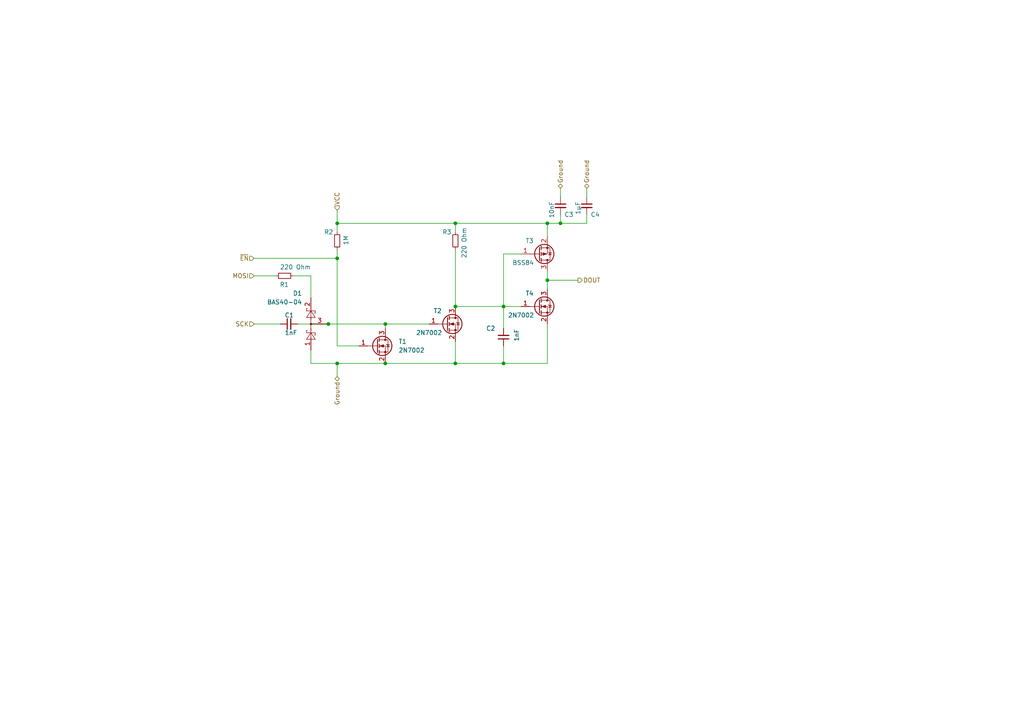
<source format=kicad_sch>
(kicad_sch
	(version 20231120)
	(generator "eeschema")
	(generator_version "8.0")
	(uuid "2a268374-971f-4ef8-acb0-ab9d138b22e8")
	(paper "A4")
	(lib_symbols
		(symbol "Device:C_Small"
			(pin_numbers hide)
			(pin_names
				(offset 0.254) hide)
			(exclude_from_sim no)
			(in_bom yes)
			(on_board yes)
			(property "Reference" "C"
				(at 0.254 1.778 0)
				(effects
					(font
						(size 1.27 1.27)
					)
					(justify left)
				)
			)
			(property "Value" "C_Small"
				(at 0.254 -2.032 0)
				(effects
					(font
						(size 1.27 1.27)
					)
					(justify left)
				)
			)
			(property "Footprint" ""
				(at 0 0 0)
				(effects
					(font
						(size 1.27 1.27)
					)
					(hide yes)
				)
			)
			(property "Datasheet" "~"
				(at 0 0 0)
				(effects
					(font
						(size 1.27 1.27)
					)
					(hide yes)
				)
			)
			(property "Description" "Unpolarized capacitor, small symbol"
				(at 0 0 0)
				(effects
					(font
						(size 1.27 1.27)
					)
					(hide yes)
				)
			)
			(property "ki_keywords" "capacitor cap"
				(at 0 0 0)
				(effects
					(font
						(size 1.27 1.27)
					)
					(hide yes)
				)
			)
			(property "ki_fp_filters" "C_*"
				(at 0 0 0)
				(effects
					(font
						(size 1.27 1.27)
					)
					(hide yes)
				)
			)
			(symbol "C_Small_0_1"
				(polyline
					(pts
						(xy -1.524 -0.508) (xy 1.524 -0.508)
					)
					(stroke
						(width 0.3302)
						(type default)
					)
					(fill
						(type none)
					)
				)
				(polyline
					(pts
						(xy -1.524 0.508) (xy 1.524 0.508)
					)
					(stroke
						(width 0.3048)
						(type default)
					)
					(fill
						(type none)
					)
				)
			)
			(symbol "C_Small_1_1"
				(pin passive line
					(at 0 2.54 270)
					(length 2.032)
					(name "~"
						(effects
							(font
								(size 1.27 1.27)
							)
						)
					)
					(number "1"
						(effects
							(font
								(size 1.27 1.27)
							)
						)
					)
				)
				(pin passive line
					(at 0 -2.54 90)
					(length 2.032)
					(name "~"
						(effects
							(font
								(size 1.27 1.27)
							)
						)
					)
					(number "2"
						(effects
							(font
								(size 1.27 1.27)
							)
						)
					)
				)
			)
		)
		(symbol "Device:R_Small"
			(pin_numbers hide)
			(pin_names
				(offset 0.254) hide)
			(exclude_from_sim no)
			(in_bom yes)
			(on_board yes)
			(property "Reference" "R"
				(at 0.762 0.508 0)
				(effects
					(font
						(size 1.27 1.27)
					)
					(justify left)
				)
			)
			(property "Value" "R_Small"
				(at 0.762 -1.016 0)
				(effects
					(font
						(size 1.27 1.27)
					)
					(justify left)
				)
			)
			(property "Footprint" ""
				(at 0 0 0)
				(effects
					(font
						(size 1.27 1.27)
					)
					(hide yes)
				)
			)
			(property "Datasheet" "~"
				(at 0 0 0)
				(effects
					(font
						(size 1.27 1.27)
					)
					(hide yes)
				)
			)
			(property "Description" "Resistor, small symbol"
				(at 0 0 0)
				(effects
					(font
						(size 1.27 1.27)
					)
					(hide yes)
				)
			)
			(property "ki_keywords" "R resistor"
				(at 0 0 0)
				(effects
					(font
						(size 1.27 1.27)
					)
					(hide yes)
				)
			)
			(property "ki_fp_filters" "R_*"
				(at 0 0 0)
				(effects
					(font
						(size 1.27 1.27)
					)
					(hide yes)
				)
			)
			(symbol "R_Small_0_1"
				(rectangle
					(start -0.762 1.778)
					(end 0.762 -1.778)
					(stroke
						(width 0.2032)
						(type default)
					)
					(fill
						(type none)
					)
				)
			)
			(symbol "R_Small_1_1"
				(pin passive line
					(at 0 2.54 270)
					(length 0.762)
					(name "~"
						(effects
							(font
								(size 1.27 1.27)
							)
						)
					)
					(number "1"
						(effects
							(font
								(size 1.27 1.27)
							)
						)
					)
				)
				(pin passive line
					(at 0 -2.54 90)
					(length 0.762)
					(name "~"
						(effects
							(font
								(size 1.27 1.27)
							)
						)
					)
					(number "2"
						(effects
							(font
								(size 1.27 1.27)
							)
						)
					)
				)
			)
		)
		(symbol "Diode:BAS40-04"
			(pin_names
				(offset 1.016)
			)
			(exclude_from_sim no)
			(in_bom yes)
			(on_board yes)
			(property "Reference" "D"
				(at 0.635 -1.27 0)
				(effects
					(font
						(size 1.27 1.27)
					)
					(justify left)
				)
			)
			(property "Value" "BAS40-04"
				(at -6.35 5.715 0)
				(effects
					(font
						(size 1.27 1.27)
					)
					(justify left)
				)
			)
			(property "Footprint" "Package_TO_SOT_SMD:SOT-23"
				(at -6.35 7.62 0)
				(effects
					(font
						(size 1.27 1.27)
					)
					(justify left)
					(hide yes)
				)
			)
			(property "Datasheet" "http://www.vishay.com/docs/85701/bas40v.pdf"
				(at -3.048 2.54 0)
				(effects
					(font
						(size 1.27 1.27)
					)
					(hide yes)
				)
			)
			(property "Description" "40V 0.2A Dual Small Signal Schottky Diodes"
				(at 0 0 0)
				(effects
					(font
						(size 1.27 1.27)
					)
					(hide yes)
				)
			)
			(property "ki_keywords" "Schottky, Diode"
				(at 0 0 0)
				(effects
					(font
						(size 1.27 1.27)
					)
					(hide yes)
				)
			)
			(property "ki_fp_filters" "SOT?23*"
				(at 0 0 0)
				(effects
					(font
						(size 1.27 1.27)
					)
					(hide yes)
				)
			)
			(symbol "BAS40-04_0_1"
				(polyline
					(pts
						(xy -3.81 2.54) (xy -1.27 2.54)
					)
					(stroke
						(width 0)
						(type default)
					)
					(fill
						(type none)
					)
				)
				(polyline
					(pts
						(xy -3.175 1.27) (xy -3.175 1.524)
					)
					(stroke
						(width 0)
						(type default)
					)
					(fill
						(type none)
					)
				)
				(polyline
					(pts
						(xy -2.54 1.27) (xy -3.175 1.27)
					)
					(stroke
						(width 0)
						(type default)
					)
					(fill
						(type none)
					)
				)
				(polyline
					(pts
						(xy -2.54 1.27) (xy -2.54 3.81)
					)
					(stroke
						(width 0)
						(type default)
					)
					(fill
						(type none)
					)
				)
				(polyline
					(pts
						(xy -2.54 3.81) (xy -1.905 3.81)
					)
					(stroke
						(width 0)
						(type default)
					)
					(fill
						(type none)
					)
				)
				(polyline
					(pts
						(xy -1.905 2.54) (xy 1.905 2.54)
					)
					(stroke
						(width 0)
						(type default)
					)
					(fill
						(type none)
					)
				)
				(polyline
					(pts
						(xy -1.905 3.81) (xy -1.905 3.556)
					)
					(stroke
						(width 0)
						(type default)
					)
					(fill
						(type none)
					)
				)
				(polyline
					(pts
						(xy 1.27 2.54) (xy 3.81 2.54)
					)
					(stroke
						(width 0)
						(type default)
					)
					(fill
						(type none)
					)
				)
				(polyline
					(pts
						(xy 3.175 1.27) (xy 3.175 1.524)
					)
					(stroke
						(width 0)
						(type default)
					)
					(fill
						(type none)
					)
				)
				(polyline
					(pts
						(xy 3.81 1.27) (xy 3.175 1.27)
					)
					(stroke
						(width 0)
						(type default)
					)
					(fill
						(type none)
					)
				)
				(polyline
					(pts
						(xy 3.81 1.27) (xy 3.81 3.81)
					)
					(stroke
						(width 0)
						(type default)
					)
					(fill
						(type none)
					)
				)
				(polyline
					(pts
						(xy 3.81 3.81) (xy 4.445 3.81)
					)
					(stroke
						(width 0)
						(type default)
					)
					(fill
						(type none)
					)
				)
				(polyline
					(pts
						(xy 4.445 3.81) (xy 4.445 3.556)
					)
					(stroke
						(width 0)
						(type default)
					)
					(fill
						(type none)
					)
				)
				(polyline
					(pts
						(xy -4.445 3.81) (xy -4.445 1.27) (xy -2.54 2.54) (xy -4.445 3.81)
					)
					(stroke
						(width 0)
						(type default)
					)
					(fill
						(type none)
					)
				)
				(polyline
					(pts
						(xy 1.905 3.81) (xy 1.905 1.27) (xy 3.81 2.54) (xy 1.905 3.81)
					)
					(stroke
						(width 0)
						(type default)
					)
					(fill
						(type none)
					)
				)
				(circle
					(center 0 2.54)
					(radius 0.254)
					(stroke
						(width 0)
						(type default)
					)
					(fill
						(type outline)
					)
				)
			)
			(symbol "BAS40-04_1_1"
				(pin passive line
					(at -7.62 2.54 0)
					(length 3.81)
					(name "~"
						(effects
							(font
								(size 1.27 1.27)
							)
						)
					)
					(number "1"
						(effects
							(font
								(size 1.27 1.27)
							)
						)
					)
				)
				(pin passive line
					(at 7.62 2.54 180)
					(length 3.81)
					(name "~"
						(effects
							(font
								(size 1.27 1.27)
							)
						)
					)
					(number "2"
						(effects
							(font
								(size 1.27 1.27)
							)
						)
					)
				)
				(pin passive line
					(at 0 -2.54 90)
					(length 5.08)
					(name "~"
						(effects
							(font
								(size 1.27 1.27)
							)
						)
					)
					(number "3"
						(effects
							(font
								(size 1.27 1.27)
							)
						)
					)
				)
			)
		)
		(symbol "Transistor_FET:2N7002"
			(pin_names hide)
			(exclude_from_sim no)
			(in_bom yes)
			(on_board yes)
			(property "Reference" "Q"
				(at 5.08 1.905 0)
				(effects
					(font
						(size 1.27 1.27)
					)
					(justify left)
				)
			)
			(property "Value" "2N7002"
				(at 5.08 0 0)
				(effects
					(font
						(size 1.27 1.27)
					)
					(justify left)
				)
			)
			(property "Footprint" "Package_TO_SOT_SMD:SOT-23"
				(at 5.08 -1.905 0)
				(effects
					(font
						(size 1.27 1.27)
						(italic yes)
					)
					(justify left)
					(hide yes)
				)
			)
			(property "Datasheet" "https://www.onsemi.com/pub/Collateral/NDS7002A-D.PDF"
				(at 0 0 0)
				(effects
					(font
						(size 1.27 1.27)
					)
					(justify left)
					(hide yes)
				)
			)
			(property "Description" "0.115A Id, 60V Vds, N-Channel MOSFET, SOT-23"
				(at 0 0 0)
				(effects
					(font
						(size 1.27 1.27)
					)
					(hide yes)
				)
			)
			(property "ki_keywords" "N-Channel Switching MOSFET"
				(at 0 0 0)
				(effects
					(font
						(size 1.27 1.27)
					)
					(hide yes)
				)
			)
			(property "ki_fp_filters" "SOT?23*"
				(at 0 0 0)
				(effects
					(font
						(size 1.27 1.27)
					)
					(hide yes)
				)
			)
			(symbol "2N7002_0_1"
				(polyline
					(pts
						(xy 0.254 0) (xy -2.54 0)
					)
					(stroke
						(width 0)
						(type default)
					)
					(fill
						(type none)
					)
				)
				(polyline
					(pts
						(xy 0.254 1.905) (xy 0.254 -1.905)
					)
					(stroke
						(width 0.254)
						(type default)
					)
					(fill
						(type none)
					)
				)
				(polyline
					(pts
						(xy 0.762 -1.27) (xy 0.762 -2.286)
					)
					(stroke
						(width 0.254)
						(type default)
					)
					(fill
						(type none)
					)
				)
				(polyline
					(pts
						(xy 0.762 0.508) (xy 0.762 -0.508)
					)
					(stroke
						(width 0.254)
						(type default)
					)
					(fill
						(type none)
					)
				)
				(polyline
					(pts
						(xy 0.762 2.286) (xy 0.762 1.27)
					)
					(stroke
						(width 0.254)
						(type default)
					)
					(fill
						(type none)
					)
				)
				(polyline
					(pts
						(xy 2.54 2.54) (xy 2.54 1.778)
					)
					(stroke
						(width 0)
						(type default)
					)
					(fill
						(type none)
					)
				)
				(polyline
					(pts
						(xy 2.54 -2.54) (xy 2.54 0) (xy 0.762 0)
					)
					(stroke
						(width 0)
						(type default)
					)
					(fill
						(type none)
					)
				)
				(polyline
					(pts
						(xy 0.762 -1.778) (xy 3.302 -1.778) (xy 3.302 1.778) (xy 0.762 1.778)
					)
					(stroke
						(width 0)
						(type default)
					)
					(fill
						(type none)
					)
				)
				(polyline
					(pts
						(xy 1.016 0) (xy 2.032 0.381) (xy 2.032 -0.381) (xy 1.016 0)
					)
					(stroke
						(width 0)
						(type default)
					)
					(fill
						(type outline)
					)
				)
				(polyline
					(pts
						(xy 2.794 0.508) (xy 2.921 0.381) (xy 3.683 0.381) (xy 3.81 0.254)
					)
					(stroke
						(width 0)
						(type default)
					)
					(fill
						(type none)
					)
				)
				(polyline
					(pts
						(xy 3.302 0.381) (xy 2.921 -0.254) (xy 3.683 -0.254) (xy 3.302 0.381)
					)
					(stroke
						(width 0)
						(type default)
					)
					(fill
						(type none)
					)
				)
				(circle
					(center 1.651 0)
					(radius 2.794)
					(stroke
						(width 0.254)
						(type default)
					)
					(fill
						(type none)
					)
				)
				(circle
					(center 2.54 -1.778)
					(radius 0.254)
					(stroke
						(width 0)
						(type default)
					)
					(fill
						(type outline)
					)
				)
				(circle
					(center 2.54 1.778)
					(radius 0.254)
					(stroke
						(width 0)
						(type default)
					)
					(fill
						(type outline)
					)
				)
			)
			(symbol "2N7002_1_1"
				(pin input line
					(at -5.08 0 0)
					(length 2.54)
					(name "G"
						(effects
							(font
								(size 1.27 1.27)
							)
						)
					)
					(number "1"
						(effects
							(font
								(size 1.27 1.27)
							)
						)
					)
				)
				(pin passive line
					(at 2.54 -5.08 90)
					(length 2.54)
					(name "S"
						(effects
							(font
								(size 1.27 1.27)
							)
						)
					)
					(number "2"
						(effects
							(font
								(size 1.27 1.27)
							)
						)
					)
				)
				(pin passive line
					(at 2.54 5.08 270)
					(length 2.54)
					(name "D"
						(effects
							(font
								(size 1.27 1.27)
							)
						)
					)
					(number "3"
						(effects
							(font
								(size 1.27 1.27)
							)
						)
					)
				)
			)
		)
		(symbol "Transistor_FET:BSS84"
			(pin_names hide)
			(exclude_from_sim no)
			(in_bom yes)
			(on_board yes)
			(property "Reference" "Q"
				(at 5.08 1.905 0)
				(effects
					(font
						(size 1.27 1.27)
					)
					(justify left)
				)
			)
			(property "Value" "BSS84"
				(at 5.08 0 0)
				(effects
					(font
						(size 1.27 1.27)
					)
					(justify left)
				)
			)
			(property "Footprint" "Package_TO_SOT_SMD:SOT-23"
				(at 5.08 -1.905 0)
				(effects
					(font
						(size 1.27 1.27)
						(italic yes)
					)
					(justify left)
					(hide yes)
				)
			)
			(property "Datasheet" "http://assets.nexperia.com/documents/data-sheet/BSS84.pdf"
				(at 0 0 0)
				(effects
					(font
						(size 1.27 1.27)
					)
					(justify left)
					(hide yes)
				)
			)
			(property "Description" "-0.13A Id, -50V Vds, P-Channel MOSFET, SOT-23"
				(at 0 0 0)
				(effects
					(font
						(size 1.27 1.27)
					)
					(hide yes)
				)
			)
			(property "ki_keywords" "P-Channel MOSFET"
				(at 0 0 0)
				(effects
					(font
						(size 1.27 1.27)
					)
					(hide yes)
				)
			)
			(property "ki_fp_filters" "SOT?23*"
				(at 0 0 0)
				(effects
					(font
						(size 1.27 1.27)
					)
					(hide yes)
				)
			)
			(symbol "BSS84_0_1"
				(polyline
					(pts
						(xy 0.254 0) (xy -2.54 0)
					)
					(stroke
						(width 0)
						(type default)
					)
					(fill
						(type none)
					)
				)
				(polyline
					(pts
						(xy 0.254 1.905) (xy 0.254 -1.905)
					)
					(stroke
						(width 0.254)
						(type default)
					)
					(fill
						(type none)
					)
				)
				(polyline
					(pts
						(xy 0.762 -1.27) (xy 0.762 -2.286)
					)
					(stroke
						(width 0.254)
						(type default)
					)
					(fill
						(type none)
					)
				)
				(polyline
					(pts
						(xy 0.762 0.508) (xy 0.762 -0.508)
					)
					(stroke
						(width 0.254)
						(type default)
					)
					(fill
						(type none)
					)
				)
				(polyline
					(pts
						(xy 0.762 2.286) (xy 0.762 1.27)
					)
					(stroke
						(width 0.254)
						(type default)
					)
					(fill
						(type none)
					)
				)
				(polyline
					(pts
						(xy 2.54 2.54) (xy 2.54 1.778)
					)
					(stroke
						(width 0)
						(type default)
					)
					(fill
						(type none)
					)
				)
				(polyline
					(pts
						(xy 2.54 -2.54) (xy 2.54 0) (xy 0.762 0)
					)
					(stroke
						(width 0)
						(type default)
					)
					(fill
						(type none)
					)
				)
				(polyline
					(pts
						(xy 0.762 1.778) (xy 3.302 1.778) (xy 3.302 -1.778) (xy 0.762 -1.778)
					)
					(stroke
						(width 0)
						(type default)
					)
					(fill
						(type none)
					)
				)
				(polyline
					(pts
						(xy 2.286 0) (xy 1.27 0.381) (xy 1.27 -0.381) (xy 2.286 0)
					)
					(stroke
						(width 0)
						(type default)
					)
					(fill
						(type outline)
					)
				)
				(polyline
					(pts
						(xy 2.794 -0.508) (xy 2.921 -0.381) (xy 3.683 -0.381) (xy 3.81 -0.254)
					)
					(stroke
						(width 0)
						(type default)
					)
					(fill
						(type none)
					)
				)
				(polyline
					(pts
						(xy 3.302 -0.381) (xy 2.921 0.254) (xy 3.683 0.254) (xy 3.302 -0.381)
					)
					(stroke
						(width 0)
						(type default)
					)
					(fill
						(type none)
					)
				)
				(circle
					(center 1.651 0)
					(radius 2.794)
					(stroke
						(width 0.254)
						(type default)
					)
					(fill
						(type none)
					)
				)
				(circle
					(center 2.54 -1.778)
					(radius 0.254)
					(stroke
						(width 0)
						(type default)
					)
					(fill
						(type outline)
					)
				)
				(circle
					(center 2.54 1.778)
					(radius 0.254)
					(stroke
						(width 0)
						(type default)
					)
					(fill
						(type outline)
					)
				)
			)
			(symbol "BSS84_1_1"
				(pin input line
					(at -5.08 0 0)
					(length 2.54)
					(name "G"
						(effects
							(font
								(size 1.27 1.27)
							)
						)
					)
					(number "1"
						(effects
							(font
								(size 1.27 1.27)
							)
						)
					)
				)
				(pin passive line
					(at 2.54 -5.08 90)
					(length 2.54)
					(name "S"
						(effects
							(font
								(size 1.27 1.27)
							)
						)
					)
					(number "2"
						(effects
							(font
								(size 1.27 1.27)
							)
						)
					)
				)
				(pin passive line
					(at 2.54 5.08 270)
					(length 2.54)
					(name "D"
						(effects
							(font
								(size 1.27 1.27)
							)
						)
					)
					(number "3"
						(effects
							(font
								(size 1.27 1.27)
							)
						)
					)
				)
			)
		)
	)
	(junction
		(at 97.79 64.77)
		(diameter 0)
		(color 0 0 0 0)
		(uuid "001384f2-6787-47b3-81c9-11447fc528d6")
	)
	(junction
		(at 111.76 93.98)
		(diameter 0)
		(color 0 0 0 0)
		(uuid "26b348c9-1b58-4435-a13d-af503bfb5c7d")
	)
	(junction
		(at 132.08 88.9)
		(diameter 0)
		(color 0 0 0 0)
		(uuid "3623478c-08a4-41e0-9ff8-821326b3f2be")
	)
	(junction
		(at 132.08 64.77)
		(diameter 0)
		(color 0 0 0 0)
		(uuid "364ce6fe-d3cc-418c-8281-8d1e87276159")
	)
	(junction
		(at 132.08 105.41)
		(diameter 0)
		(color 0 0 0 0)
		(uuid "5747ff6f-e340-424d-bae2-6013d6b4829a")
	)
	(junction
		(at 158.75 64.77)
		(diameter 0)
		(color 0 0 0 0)
		(uuid "5a4f9e8c-938e-4062-bc7f-cfd6d658111e")
	)
	(junction
		(at 95.25 93.98)
		(diameter 0)
		(color 0 0 0 0)
		(uuid "76387576-9667-4850-b009-d0ff621a2b91")
	)
	(junction
		(at 158.75 81.28)
		(diameter 0)
		(color 0 0 0 0)
		(uuid "8045dc64-30bd-409a-ad8f-d9fa0644d41e")
	)
	(junction
		(at 97.79 74.93)
		(diameter 0)
		(color 0 0 0 0)
		(uuid "8e8de5e2-fde2-4303-8d49-f1a0923eae53")
	)
	(junction
		(at 97.79 105.41)
		(diameter 0)
		(color 0 0 0 0)
		(uuid "bc1f09ef-5585-421c-8b93-ac6b8667b7af")
	)
	(junction
		(at 146.05 105.41)
		(diameter 0)
		(color 0 0 0 0)
		(uuid "beb04adf-a2a1-4f5e-9ee4-5c53a9c63962")
	)
	(junction
		(at 111.76 105.41)
		(diameter 0)
		(color 0 0 0 0)
		(uuid "cc8530e5-622f-4140-9ebb-1813f87616d6")
	)
	(junction
		(at 146.05 88.9)
		(diameter 0)
		(color 0 0 0 0)
		(uuid "dfd653b7-a30f-4664-9698-f80a19ea97e3")
	)
	(junction
		(at 162.56 64.77)
		(diameter 0)
		(color 0 0 0 0)
		(uuid "ee46a7b7-1999-4743-b8e8-bb533d0d98b0")
	)
	(wire
		(pts
			(xy 97.79 72.39) (xy 97.79 74.93)
		)
		(stroke
			(width 0)
			(type default)
		)
		(uuid "021fd92a-db4d-4d8f-84d0-e0debf1ecf98")
	)
	(wire
		(pts
			(xy 162.56 62.23) (xy 162.56 64.77)
		)
		(stroke
			(width 0)
			(type default)
		)
		(uuid "04252799-0e1b-4d36-87be-19aa4de8b642")
	)
	(wire
		(pts
			(xy 73.66 74.93) (xy 97.79 74.93)
		)
		(stroke
			(width 0)
			(type default)
		)
		(uuid "09e445eb-c392-4539-82ac-ad15237fc05d")
	)
	(wire
		(pts
			(xy 86.36 93.98) (xy 95.25 93.98)
		)
		(stroke
			(width 0)
			(type default)
		)
		(uuid "0a1b89b0-1d69-415d-9ab3-e2af919d6db5")
	)
	(wire
		(pts
			(xy 170.18 62.23) (xy 170.18 64.77)
		)
		(stroke
			(width 0)
			(type default)
		)
		(uuid "0a7e28b3-969f-4527-8c91-c55615bc81e0")
	)
	(wire
		(pts
			(xy 90.17 101.6) (xy 90.17 105.41)
		)
		(stroke
			(width 0)
			(type default)
		)
		(uuid "1f2853df-cb5b-4944-ae2d-f97b2cbc48ca")
	)
	(wire
		(pts
			(xy 104.14 100.33) (xy 97.79 100.33)
		)
		(stroke
			(width 0)
			(type default)
		)
		(uuid "1fa241a5-0067-4b51-85e4-e0a0dc223a18")
	)
	(wire
		(pts
			(xy 151.13 88.9) (xy 146.05 88.9)
		)
		(stroke
			(width 0)
			(type default)
		)
		(uuid "1ff6503e-33bc-432c-818b-de8d1c5744b9")
	)
	(wire
		(pts
			(xy 146.05 88.9) (xy 132.08 88.9)
		)
		(stroke
			(width 0)
			(type default)
		)
		(uuid "23553e34-1206-4389-8602-86d99c71129e")
	)
	(wire
		(pts
			(xy 132.08 67.31) (xy 132.08 64.77)
		)
		(stroke
			(width 0)
			(type default)
		)
		(uuid "32cf2ffc-f154-4497-85a3-120520a9cd3b")
	)
	(wire
		(pts
			(xy 97.79 109.22) (xy 97.79 105.41)
		)
		(stroke
			(width 0)
			(type default)
		)
		(uuid "3a3914b0-9d86-4c69-98be-a866ea79976a")
	)
	(wire
		(pts
			(xy 167.64 81.28) (xy 158.75 81.28)
		)
		(stroke
			(width 0)
			(type default)
		)
		(uuid "3e94b374-e9dd-4915-8ee4-192b3db5613a")
	)
	(wire
		(pts
			(xy 97.79 74.93) (xy 97.79 100.33)
		)
		(stroke
			(width 0)
			(type default)
		)
		(uuid "50a4e31c-b2f4-4268-bfce-f17c60ac9e47")
	)
	(wire
		(pts
			(xy 124.46 93.98) (xy 111.76 93.98)
		)
		(stroke
			(width 0)
			(type default)
		)
		(uuid "5a7085fe-7401-4879-aea8-fc6cb885d976")
	)
	(wire
		(pts
			(xy 162.56 64.77) (xy 158.75 64.77)
		)
		(stroke
			(width 0)
			(type default)
		)
		(uuid "63ea3205-a515-4791-99ac-6393ab3c61e9")
	)
	(wire
		(pts
			(xy 146.05 100.33) (xy 146.05 105.41)
		)
		(stroke
			(width 0)
			(type default)
		)
		(uuid "6ce719ad-cee8-4cda-9192-6d82d33482a2")
	)
	(wire
		(pts
			(xy 73.66 80.01) (xy 80.01 80.01)
		)
		(stroke
			(width 0)
			(type default)
		)
		(uuid "6d2a111c-c989-4804-af80-caae8b49e39a")
	)
	(wire
		(pts
			(xy 111.76 105.41) (xy 132.08 105.41)
		)
		(stroke
			(width 0)
			(type default)
		)
		(uuid "6f1645e0-2582-40d2-9ca2-cc9de0f85f18")
	)
	(wire
		(pts
			(xy 90.17 105.41) (xy 97.79 105.41)
		)
		(stroke
			(width 0)
			(type default)
		)
		(uuid "7021392c-29da-4c9e-928c-e992f937c9fe")
	)
	(wire
		(pts
			(xy 90.17 80.01) (xy 90.17 86.36)
		)
		(stroke
			(width 0)
			(type default)
		)
		(uuid "74cf3b28-8e08-4ebe-8c57-9c2572867140")
	)
	(wire
		(pts
			(xy 162.56 54.61) (xy 162.56 57.15)
		)
		(stroke
			(width 0)
			(type default)
		)
		(uuid "817da297-bbf1-4052-8ba6-a10d0cad5162")
	)
	(wire
		(pts
			(xy 170.18 54.61) (xy 170.18 57.15)
		)
		(stroke
			(width 0)
			(type default)
		)
		(uuid "95e0c0ed-795b-4a7a-9d77-44d99bf3af77")
	)
	(wire
		(pts
			(xy 81.28 93.98) (xy 73.66 93.98)
		)
		(stroke
			(width 0)
			(type default)
		)
		(uuid "9624735d-f548-4950-9e84-452aaebcef12")
	)
	(wire
		(pts
			(xy 97.79 64.77) (xy 132.08 64.77)
		)
		(stroke
			(width 0)
			(type default)
		)
		(uuid "9718c2aa-6dc3-472c-9f54-9ac7eb161b05")
	)
	(wire
		(pts
			(xy 146.05 73.66) (xy 146.05 88.9)
		)
		(stroke
			(width 0)
			(type default)
		)
		(uuid "99c64d49-6275-41c8-bcc0-f1f6e97773d4")
	)
	(wire
		(pts
			(xy 132.08 105.41) (xy 146.05 105.41)
		)
		(stroke
			(width 0)
			(type default)
		)
		(uuid "9b53a60e-9637-4c12-b020-f5239091a6f5")
	)
	(wire
		(pts
			(xy 170.18 64.77) (xy 162.56 64.77)
		)
		(stroke
			(width 0)
			(type default)
		)
		(uuid "a2965907-7a82-4209-8712-81ff0ade151c")
	)
	(wire
		(pts
			(xy 132.08 99.06) (xy 132.08 105.41)
		)
		(stroke
			(width 0)
			(type default)
		)
		(uuid "a73851dd-caae-4fa9-9fdd-7a82a3bc3ea2")
	)
	(wire
		(pts
			(xy 85.09 80.01) (xy 90.17 80.01)
		)
		(stroke
			(width 0)
			(type default)
		)
		(uuid "b2f8857b-6b48-4421-b9d6-cd0d36e6e0bd")
	)
	(wire
		(pts
			(xy 97.79 105.41) (xy 111.76 105.41)
		)
		(stroke
			(width 0)
			(type default)
		)
		(uuid "b73a5769-9834-451a-8625-fbb148cfc9c0")
	)
	(wire
		(pts
			(xy 132.08 64.77) (xy 158.75 64.77)
		)
		(stroke
			(width 0)
			(type default)
		)
		(uuid "cb70130a-a748-4710-9eac-fafa9740030f")
	)
	(wire
		(pts
			(xy 132.08 72.39) (xy 132.08 88.9)
		)
		(stroke
			(width 0)
			(type default)
		)
		(uuid "cbd3c52d-a0b5-4d72-96ac-8f2968bf9316")
	)
	(wire
		(pts
			(xy 151.13 73.66) (xy 146.05 73.66)
		)
		(stroke
			(width 0)
			(type default)
		)
		(uuid "ce14107e-e1ac-484b-bd92-294720a3ddd6")
	)
	(wire
		(pts
			(xy 97.79 67.31) (xy 97.79 64.77)
		)
		(stroke
			(width 0)
			(type default)
		)
		(uuid "cec0acfe-b298-49bc-b052-3d7185684265")
	)
	(wire
		(pts
			(xy 158.75 81.28) (xy 158.75 83.82)
		)
		(stroke
			(width 0)
			(type default)
		)
		(uuid "ceef631c-2e6d-465f-b81d-23f7d6bb1096")
	)
	(wire
		(pts
			(xy 158.75 78.74) (xy 158.75 81.28)
		)
		(stroke
			(width 0)
			(type default)
		)
		(uuid "d50f9ae6-1415-42a4-8d53-b8e412a328da")
	)
	(wire
		(pts
			(xy 146.05 105.41) (xy 158.75 105.41)
		)
		(stroke
			(width 0)
			(type default)
		)
		(uuid "dc853589-eff2-456c-aa63-5cc6ffd026f8")
	)
	(wire
		(pts
			(xy 158.75 68.58) (xy 158.75 64.77)
		)
		(stroke
			(width 0)
			(type default)
		)
		(uuid "e4d150a2-338f-4eee-b849-63a81a139eb6")
	)
	(wire
		(pts
			(xy 97.79 60.96) (xy 97.79 64.77)
		)
		(stroke
			(width 0)
			(type default)
		)
		(uuid "e6fd7a2b-56c5-431c-90e2-0bdaef4ef52b")
	)
	(wire
		(pts
			(xy 146.05 95.25) (xy 146.05 88.9)
		)
		(stroke
			(width 0)
			(type default)
		)
		(uuid "e90f95c7-75cb-4573-ac50-0e848921b5f6")
	)
	(wire
		(pts
			(xy 158.75 93.98) (xy 158.75 105.41)
		)
		(stroke
			(width 0)
			(type default)
		)
		(uuid "f1cdd442-093d-4a0c-bdb7-093eaf78e264")
	)
	(wire
		(pts
			(xy 111.76 93.98) (xy 111.76 95.25)
		)
		(stroke
			(width 0)
			(type default)
		)
		(uuid "fa32c433-501f-4209-b0ae-728d0e9abe01")
	)
	(wire
		(pts
			(xy 95.25 93.98) (xy 111.76 93.98)
		)
		(stroke
			(width 0)
			(type default)
		)
		(uuid "fe0293b2-21e4-4041-8c31-4eeed480f25c")
	)
	(hierarchical_label "SCK"
		(shape input)
		(at 73.66 93.98 180)
		(fields_autoplaced yes)
		(effects
			(font
				(size 1.27 1.27)
			)
			(justify right)
		)
		(uuid "462063e8-3dbd-4c62-b069-70d538a280b1")
	)
	(hierarchical_label "Ground"
		(shape bidirectional)
		(at 170.18 54.61 90)
		(fields_autoplaced yes)
		(effects
			(font
				(size 1.27 1.27)
			)
			(justify left)
		)
		(uuid "63eb0f01-560f-4f5a-82ac-258f38e00b55")
	)
	(hierarchical_label "Ground"
		(shape bidirectional)
		(at 97.79 109.22 270)
		(fields_autoplaced yes)
		(effects
			(font
				(size 1.27 1.27)
			)
			(justify right)
		)
		(uuid "7abd681d-b6b3-4d36-bb0c-6417862dbc9c")
	)
	(hierarchical_label "VCC"
		(shape input)
		(at 97.79 60.96 90)
		(fields_autoplaced yes)
		(effects
			(font
				(size 1.27 1.27)
			)
			(justify left)
		)
		(uuid "7c7a5f0b-4900-431c-ac86-9dd230c14475")
	)
	(hierarchical_label "Ground"
		(shape bidirectional)
		(at 162.56 54.61 90)
		(fields_autoplaced yes)
		(effects
			(font
				(size 1.27 1.27)
			)
			(justify left)
		)
		(uuid "85b01738-e356-48e6-a67a-03814bb3f5e2")
	)
	(hierarchical_label "DOUT"
		(shape output)
		(at 167.64 81.28 0)
		(fields_autoplaced yes)
		(effects
			(font
				(size 1.27 1.27)
			)
			(justify left)
		)
		(uuid "9b385444-dcce-4ac7-ba2b-f2d9580c15fa")
	)
	(hierarchical_label "~{EN}"
		(shape input)
		(at 73.66 74.93 180)
		(fields_autoplaced yes)
		(effects
			(font
				(size 1.27 1.27)
			)
			(justify right)
		)
		(uuid "aa40da0c-f834-4457-b54a-cc3208758931")
	)
	(hierarchical_label "MOSI"
		(shape input)
		(at 73.66 80.01 180)
		(fields_autoplaced yes)
		(effects
			(font
				(size 1.27 1.27)
			)
			(justify right)
		)
		(uuid "c39807e3-2e3a-4d48-9494-0f071d259aa4")
	)
	(symbol
		(lib_id "Device:C_Small")
		(at 170.18 59.69 0)
		(unit 1)
		(exclude_from_sim no)
		(in_bom yes)
		(on_board yes)
		(dnp no)
		(uuid "0e882f27-597f-4c70-96c3-8cd2e564ad53")
		(property "Reference" "C4"
			(at 173.99 62.23 0)
			(effects
				(font
					(size 1.27 1.27)
				)
				(justify right)
			)
		)
		(property "Value" "1µF"
			(at 167.64 58.42 90)
			(effects
				(font
					(size 1.27 1.27)
				)
				(justify right)
			)
		)
		(property "Footprint" "Capacitor_SMD:C_1210_3225Metric_Pad1.33x2.70mm_HandSolder"
			(at 170.18 59.69 0)
			(effects
				(font
					(size 1.27 1.27)
				)
				(hide yes)
			)
		)
		(property "Datasheet" "~"
			(at 170.18 59.69 0)
			(effects
				(font
					(size 1.27 1.27)
				)
				(hide yes)
			)
		)
		(property "Description" ""
			(at 170.18 59.69 0)
			(effects
				(font
					(size 1.27 1.27)
				)
				(hide yes)
			)
		)
		(pin "1"
			(uuid "2bc5db0b-cab2-4d56-a048-025d6787d4e7")
		)
		(pin "2"
			(uuid "c77baba4-643b-41db-9ad3-cc5486e0e68e")
		)
		(instances
			(project "SPI2WS2812"
				(path "/377983d9-116d-4cab-9ad7-e1479f3ded0c/36dc5714-b077-47d2-80db-bf3d28c7b7f9"
					(reference "C4")
					(unit 1)
				)
				(path "/377983d9-116d-4cab-9ad7-e1479f3ded0c/6c34899e-ccc8-43f8-ba78-c280f31c13f2"
					(reference "C16")
					(unit 1)
				)
				(path "/377983d9-116d-4cab-9ad7-e1479f3ded0c/f254bf23-2473-4bd3-bf3b-ef7b6ff7bec7"
					(reference "C12")
					(unit 1)
				)
				(path "/377983d9-116d-4cab-9ad7-e1479f3ded0c/fc93dadc-c54a-4613-b628-24afdb878de0"
					(reference "C8")
					(unit 1)
				)
			)
		)
	)
	(symbol
		(lib_id "Transistor_FET:BSS84")
		(at 156.21 73.66 0)
		(mirror x)
		(unit 1)
		(exclude_from_sim no)
		(in_bom yes)
		(on_board yes)
		(dnp no)
		(uuid "1562427b-1dd6-488d-9287-fc6ae41c61a0")
		(property "Reference" "T3"
			(at 152.4 69.85 0)
			(effects
				(font
					(size 1.27 1.27)
				)
				(justify left)
			)
		)
		(property "Value" "BSS84"
			(at 148.59 76.2 0)
			(effects
				(font
					(size 1.27 1.27)
				)
				(justify left)
			)
		)
		(property "Footprint" "Package_TO_SOT_SMD:SOT-23_Handsoldering"
			(at 161.29 71.755 0)
			(effects
				(font
					(size 1.27 1.27)
					(italic yes)
				)
				(justify left)
				(hide yes)
			)
		)
		(property "Datasheet" "http://assets.nexperia.com/documents/data-sheet/BSS84.pdf"
			(at 156.21 73.66 0)
			(effects
				(font
					(size 1.27 1.27)
				)
				(justify left)
				(hide yes)
			)
		)
		(property "Description" ""
			(at 156.21 73.66 0)
			(effects
				(font
					(size 1.27 1.27)
				)
				(hide yes)
			)
		)
		(pin "1"
			(uuid "f6c8e33c-adcf-4a46-a083-b42d635a6290")
		)
		(pin "2"
			(uuid "0a2130fc-76e7-4c85-9c45-aa6c009d2c33")
		)
		(pin "3"
			(uuid "341b3f6b-8fca-4eef-920b-79cad90b3787")
		)
		(instances
			(project "SPI2WS2812"
				(path "/377983d9-116d-4cab-9ad7-e1479f3ded0c/36dc5714-b077-47d2-80db-bf3d28c7b7f9"
					(reference "T3")
					(unit 1)
				)
				(path "/377983d9-116d-4cab-9ad7-e1479f3ded0c/6c34899e-ccc8-43f8-ba78-c280f31c13f2"
					(reference "T15")
					(unit 1)
				)
				(path "/377983d9-116d-4cab-9ad7-e1479f3ded0c/f254bf23-2473-4bd3-bf3b-ef7b6ff7bec7"
					(reference "T11")
					(unit 1)
				)
				(path "/377983d9-116d-4cab-9ad7-e1479f3ded0c/fc93dadc-c54a-4613-b628-24afdb878de0"
					(reference "T7")
					(unit 1)
				)
			)
		)
	)
	(symbol
		(lib_id "Device:C_Small")
		(at 146.05 97.79 180)
		(unit 1)
		(exclude_from_sim no)
		(in_bom yes)
		(on_board yes)
		(dnp no)
		(uuid "2e556405-5836-482e-a207-9ccbf8ce3197")
		(property "Reference" "C2"
			(at 140.97 95.25 0)
			(effects
				(font
					(size 1.27 1.27)
				)
				(justify right)
			)
		)
		(property "Value" "1nF"
			(at 149.86 99.06 90)
			(effects
				(font
					(size 1.27 1.27)
				)
				(justify right)
			)
		)
		(property "Footprint" "Capacitor_SMD:C_1210_3225Metric_Pad1.33x2.70mm_HandSolder"
			(at 146.05 97.79 0)
			(effects
				(font
					(size 1.27 1.27)
				)
				(hide yes)
			)
		)
		(property "Datasheet" "~"
			(at 146.05 97.79 0)
			(effects
				(font
					(size 1.27 1.27)
				)
				(hide yes)
			)
		)
		(property "Description" ""
			(at 146.05 97.79 0)
			(effects
				(font
					(size 1.27 1.27)
				)
				(hide yes)
			)
		)
		(pin "1"
			(uuid "14c99ee1-377a-4341-aaff-8d06cfe4ca00")
		)
		(pin "2"
			(uuid "dea5a11a-94e3-4355-b626-11d3a02494c0")
		)
		(instances
			(project "SPI2WS2812"
				(path "/377983d9-116d-4cab-9ad7-e1479f3ded0c/36dc5714-b077-47d2-80db-bf3d28c7b7f9"
					(reference "C2")
					(unit 1)
				)
				(path "/377983d9-116d-4cab-9ad7-e1479f3ded0c/6c34899e-ccc8-43f8-ba78-c280f31c13f2"
					(reference "C14")
					(unit 1)
				)
				(path "/377983d9-116d-4cab-9ad7-e1479f3ded0c/f254bf23-2473-4bd3-bf3b-ef7b6ff7bec7"
					(reference "C10")
					(unit 1)
				)
				(path "/377983d9-116d-4cab-9ad7-e1479f3ded0c/fc93dadc-c54a-4613-b628-24afdb878de0"
					(reference "C6")
					(unit 1)
				)
			)
		)
	)
	(symbol
		(lib_id "Device:C_Small")
		(at 162.56 59.69 0)
		(unit 1)
		(exclude_from_sim no)
		(in_bom yes)
		(on_board yes)
		(dnp no)
		(uuid "37d91652-70f9-4534-9faa-907171fa2e14")
		(property "Reference" "C3"
			(at 166.37 62.23 0)
			(effects
				(font
					(size 1.27 1.27)
				)
				(justify right)
			)
		)
		(property "Value" "10nF"
			(at 160.02 58.42 90)
			(effects
				(font
					(size 1.27 1.27)
				)
				(justify right)
			)
		)
		(property "Footprint" "Capacitor_SMD:C_1210_3225Metric_Pad1.33x2.70mm_HandSolder"
			(at 162.56 59.69 0)
			(effects
				(font
					(size 1.27 1.27)
				)
				(hide yes)
			)
		)
		(property "Datasheet" "~"
			(at 162.56 59.69 0)
			(effects
				(font
					(size 1.27 1.27)
				)
				(hide yes)
			)
		)
		(property "Description" ""
			(at 162.56 59.69 0)
			(effects
				(font
					(size 1.27 1.27)
				)
				(hide yes)
			)
		)
		(pin "1"
			(uuid "c190e856-5d78-4f0a-a650-b82a42aee191")
		)
		(pin "2"
			(uuid "1442b44c-0631-477c-8627-1e3cc498a1c6")
		)
		(instances
			(project "SPI2WS2812"
				(path "/377983d9-116d-4cab-9ad7-e1479f3ded0c/36dc5714-b077-47d2-80db-bf3d28c7b7f9"
					(reference "C3")
					(unit 1)
				)
				(path "/377983d9-116d-4cab-9ad7-e1479f3ded0c/6c34899e-ccc8-43f8-ba78-c280f31c13f2"
					(reference "C15")
					(unit 1)
				)
				(path "/377983d9-116d-4cab-9ad7-e1479f3ded0c/f254bf23-2473-4bd3-bf3b-ef7b6ff7bec7"
					(reference "C11")
					(unit 1)
				)
				(path "/377983d9-116d-4cab-9ad7-e1479f3ded0c/fc93dadc-c54a-4613-b628-24afdb878de0"
					(reference "C7")
					(unit 1)
				)
			)
		)
	)
	(symbol
		(lib_id "Transistor_FET:2N7002")
		(at 129.54 93.98 0)
		(unit 1)
		(exclude_from_sim no)
		(in_bom yes)
		(on_board yes)
		(dnp no)
		(uuid "668bdd92-b9b1-4d41-8cff-32251cd9165a")
		(property "Reference" "T2"
			(at 125.73 90.17 0)
			(effects
				(font
					(size 1.27 1.27)
				)
				(justify left)
			)
		)
		(property "Value" "2N7002"
			(at 120.65 96.52 0)
			(effects
				(font
					(size 1.27 1.27)
				)
				(justify left)
			)
		)
		(property "Footprint" "Package_TO_SOT_SMD:SOT-23_Handsoldering"
			(at 134.62 95.885 0)
			(effects
				(font
					(size 1.27 1.27)
					(italic yes)
				)
				(justify left)
				(hide yes)
			)
		)
		(property "Datasheet" "https://www.onsemi.com/pub/Collateral/NDS7002A-D.PDF"
			(at 129.54 93.98 0)
			(effects
				(font
					(size 1.27 1.27)
				)
				(justify left)
				(hide yes)
			)
		)
		(property "Description" ""
			(at 129.54 93.98 0)
			(effects
				(font
					(size 1.27 1.27)
				)
				(hide yes)
			)
		)
		(pin "1"
			(uuid "f28a657b-f403-4a76-a9bc-b25422255058")
		)
		(pin "2"
			(uuid "8c1b0a4c-e756-4328-ba56-9b100978caf4")
		)
		(pin "3"
			(uuid "c33494b7-b53b-484f-9440-c00da36c7dd7")
		)
		(instances
			(project "SPI2WS2812"
				(path "/377983d9-116d-4cab-9ad7-e1479f3ded0c/36dc5714-b077-47d2-80db-bf3d28c7b7f9"
					(reference "T2")
					(unit 1)
				)
				(path "/377983d9-116d-4cab-9ad7-e1479f3ded0c/6c34899e-ccc8-43f8-ba78-c280f31c13f2"
					(reference "T14")
					(unit 1)
				)
				(path "/377983d9-116d-4cab-9ad7-e1479f3ded0c/f254bf23-2473-4bd3-bf3b-ef7b6ff7bec7"
					(reference "T10")
					(unit 1)
				)
				(path "/377983d9-116d-4cab-9ad7-e1479f3ded0c/fc93dadc-c54a-4613-b628-24afdb878de0"
					(reference "T6")
					(unit 1)
				)
			)
		)
	)
	(symbol
		(lib_id "Transistor_FET:2N7002")
		(at 109.22 100.33 0)
		(unit 1)
		(exclude_from_sim no)
		(in_bom yes)
		(on_board yes)
		(dnp no)
		(fields_autoplaced yes)
		(uuid "6df63d4b-f7bb-4776-a3b6-7045a6e0bc16")
		(property "Reference" "T1"
			(at 115.57 99.0599 0)
			(effects
				(font
					(size 1.27 1.27)
				)
				(justify left)
			)
		)
		(property "Value" "2N7002"
			(at 115.57 101.5999 0)
			(effects
				(font
					(size 1.27 1.27)
				)
				(justify left)
			)
		)
		(property "Footprint" "Package_TO_SOT_SMD:SOT-23_Handsoldering"
			(at 114.3 102.235 0)
			(effects
				(font
					(size 1.27 1.27)
					(italic yes)
				)
				(justify left)
				(hide yes)
			)
		)
		(property "Datasheet" "https://www.onsemi.com/pub/Collateral/NDS7002A-D.PDF"
			(at 109.22 100.33 0)
			(effects
				(font
					(size 1.27 1.27)
				)
				(justify left)
				(hide yes)
			)
		)
		(property "Description" ""
			(at 109.22 100.33 0)
			(effects
				(font
					(size 1.27 1.27)
				)
				(hide yes)
			)
		)
		(pin "1"
			(uuid "e643f2c1-1b93-4bab-a58b-19f52d3d39e1")
		)
		(pin "2"
			(uuid "81c9a679-df8f-4c4e-978b-c0405d0ba637")
		)
		(pin "3"
			(uuid "66cb80cf-0945-414a-b6dd-4f0db056a813")
		)
		(instances
			(project "SPI2WS2812"
				(path "/377983d9-116d-4cab-9ad7-e1479f3ded0c/36dc5714-b077-47d2-80db-bf3d28c7b7f9"
					(reference "T1")
					(unit 1)
				)
				(path "/377983d9-116d-4cab-9ad7-e1479f3ded0c/6c34899e-ccc8-43f8-ba78-c280f31c13f2"
					(reference "T13")
					(unit 1)
				)
				(path "/377983d9-116d-4cab-9ad7-e1479f3ded0c/f254bf23-2473-4bd3-bf3b-ef7b6ff7bec7"
					(reference "T9")
					(unit 1)
				)
				(path "/377983d9-116d-4cab-9ad7-e1479f3ded0c/fc93dadc-c54a-4613-b628-24afdb878de0"
					(reference "T5")
					(unit 1)
				)
			)
		)
	)
	(symbol
		(lib_id "Device:R_Small")
		(at 82.55 80.01 90)
		(unit 1)
		(exclude_from_sim no)
		(in_bom yes)
		(on_board yes)
		(dnp no)
		(uuid "85655cc8-27e2-4433-a0e0-1e5802d64c0e")
		(property "Reference" "R1"
			(at 83.82 82.55 90)
			(effects
				(font
					(size 1.27 1.27)
				)
				(justify left)
			)
		)
		(property "Value" "220 Ohm"
			(at 90.17 77.47 90)
			(effects
				(font
					(size 1.27 1.27)
				)
				(justify left)
			)
		)
		(property "Footprint" "Resistor_SMD:R_1210_3225Metric_Pad1.30x2.65mm_HandSolder"
			(at 82.55 80.01 0)
			(effects
				(font
					(size 1.27 1.27)
				)
				(hide yes)
			)
		)
		(property "Datasheet" "~"
			(at 82.55 80.01 0)
			(effects
				(font
					(size 1.27 1.27)
				)
				(hide yes)
			)
		)
		(property "Description" ""
			(at 82.55 80.01 0)
			(effects
				(font
					(size 1.27 1.27)
				)
				(hide yes)
			)
		)
		(pin "1"
			(uuid "a3a3cedf-d308-42b4-9879-0984348db2dc")
		)
		(pin "2"
			(uuid "2acd90a3-64fd-48fa-841e-2e047ecb10bd")
		)
		(instances
			(project "SPI2WS2812"
				(path "/377983d9-116d-4cab-9ad7-e1479f3ded0c/36dc5714-b077-47d2-80db-bf3d28c7b7f9"
					(reference "R1")
					(unit 1)
				)
				(path "/377983d9-116d-4cab-9ad7-e1479f3ded0c/6c34899e-ccc8-43f8-ba78-c280f31c13f2"
					(reference "R10")
					(unit 1)
				)
				(path "/377983d9-116d-4cab-9ad7-e1479f3ded0c/f254bf23-2473-4bd3-bf3b-ef7b6ff7bec7"
					(reference "R7")
					(unit 1)
				)
				(path "/377983d9-116d-4cab-9ad7-e1479f3ded0c/fc93dadc-c54a-4613-b628-24afdb878de0"
					(reference "R4")
					(unit 1)
				)
			)
		)
	)
	(symbol
		(lib_id "Device:C_Small")
		(at 83.82 93.98 90)
		(unit 1)
		(exclude_from_sim no)
		(in_bom yes)
		(on_board yes)
		(dnp no)
		(uuid "abb8977c-bfe2-4565-a051-397b5a1ffc28")
		(property "Reference" "C1"
			(at 82.55 91.44 90)
			(effects
				(font
					(size 1.27 1.27)
				)
				(justify right)
			)
		)
		(property "Value" "1nF"
			(at 82.55 96.52 90)
			(effects
				(font
					(size 1.27 1.27)
				)
				(justify right)
			)
		)
		(property "Footprint" "Capacitor_SMD:C_1210_3225Metric_Pad1.33x2.70mm_HandSolder"
			(at 83.82 93.98 0)
			(effects
				(font
					(size 1.27 1.27)
				)
				(hide yes)
			)
		)
		(property "Datasheet" "~"
			(at 83.82 93.98 0)
			(effects
				(font
					(size 1.27 1.27)
				)
				(hide yes)
			)
		)
		(property "Description" ""
			(at 83.82 93.98 0)
			(effects
				(font
					(size 1.27 1.27)
				)
				(hide yes)
			)
		)
		(pin "1"
			(uuid "c2b379a3-fd9d-4b63-b8da-86704d3f9d18")
		)
		(pin "2"
			(uuid "5a05abb2-8ca9-49da-b646-5e8bbd93c086")
		)
		(instances
			(project "SPI2WS2812"
				(path "/377983d9-116d-4cab-9ad7-e1479f3ded0c/36dc5714-b077-47d2-80db-bf3d28c7b7f9"
					(reference "C1")
					(unit 1)
				)
				(path "/377983d9-116d-4cab-9ad7-e1479f3ded0c/6c34899e-ccc8-43f8-ba78-c280f31c13f2"
					(reference "C13")
					(unit 1)
				)
				(path "/377983d9-116d-4cab-9ad7-e1479f3ded0c/f254bf23-2473-4bd3-bf3b-ef7b6ff7bec7"
					(reference "C9")
					(unit 1)
				)
				(path "/377983d9-116d-4cab-9ad7-e1479f3ded0c/fc93dadc-c54a-4613-b628-24afdb878de0"
					(reference "C5")
					(unit 1)
				)
			)
		)
	)
	(symbol
		(lib_id "Device:R_Small")
		(at 97.79 69.85 0)
		(unit 1)
		(exclude_from_sim no)
		(in_bom yes)
		(on_board yes)
		(dnp no)
		(uuid "c35ab258-f4a1-4f65-9e1b-23ff6b8b6380")
		(property "Reference" "R2"
			(at 93.98 67.31 0)
			(effects
				(font
					(size 1.27 1.27)
				)
				(justify left)
			)
		)
		(property "Value" "1M"
			(at 100.33 71.12 90)
			(effects
				(font
					(size 1.27 1.27)
				)
				(justify left)
			)
		)
		(property "Footprint" "Resistor_SMD:R_1210_3225Metric_Pad1.30x2.65mm_HandSolder"
			(at 97.79 69.85 0)
			(effects
				(font
					(size 1.27 1.27)
				)
				(hide yes)
			)
		)
		(property "Datasheet" "~"
			(at 97.79 69.85 0)
			(effects
				(font
					(size 1.27 1.27)
				)
				(hide yes)
			)
		)
		(property "Description" ""
			(at 97.79 69.85 0)
			(effects
				(font
					(size 1.27 1.27)
				)
				(hide yes)
			)
		)
		(pin "1"
			(uuid "7268dacb-d777-4974-9169-1ae7f6805c3d")
		)
		(pin "2"
			(uuid "edf96bbf-68b3-4347-8cd5-3eec2415845f")
		)
		(instances
			(project "SPI2WS2812"
				(path "/377983d9-116d-4cab-9ad7-e1479f3ded0c/36dc5714-b077-47d2-80db-bf3d28c7b7f9"
					(reference "R2")
					(unit 1)
				)
				(path "/377983d9-116d-4cab-9ad7-e1479f3ded0c/6c34899e-ccc8-43f8-ba78-c280f31c13f2"
					(reference "R11")
					(unit 1)
				)
				(path "/377983d9-116d-4cab-9ad7-e1479f3ded0c/f254bf23-2473-4bd3-bf3b-ef7b6ff7bec7"
					(reference "R8")
					(unit 1)
				)
				(path "/377983d9-116d-4cab-9ad7-e1479f3ded0c/fc93dadc-c54a-4613-b628-24afdb878de0"
					(reference "R5")
					(unit 1)
				)
			)
		)
	)
	(symbol
		(lib_id "Transistor_FET:2N7002")
		(at 156.21 88.9 0)
		(unit 1)
		(exclude_from_sim no)
		(in_bom yes)
		(on_board yes)
		(dnp no)
		(uuid "c48084f9-2864-4f60-9159-be088cdf348d")
		(property "Reference" "T4"
			(at 152.4 85.09 0)
			(effects
				(font
					(size 1.27 1.27)
				)
				(justify left)
			)
		)
		(property "Value" "2N7002"
			(at 147.32 91.44 0)
			(effects
				(font
					(size 1.27 1.27)
				)
				(justify left)
			)
		)
		(property "Footprint" "Package_TO_SOT_SMD:SOT-23_Handsoldering"
			(at 161.29 90.805 0)
			(effects
				(font
					(size 1.27 1.27)
					(italic yes)
				)
				(justify left)
				(hide yes)
			)
		)
		(property "Datasheet" "https://www.onsemi.com/pub/Collateral/NDS7002A-D.PDF"
			(at 156.21 88.9 0)
			(effects
				(font
					(size 1.27 1.27)
				)
				(justify left)
				(hide yes)
			)
		)
		(property "Description" ""
			(at 156.21 88.9 0)
			(effects
				(font
					(size 1.27 1.27)
				)
				(hide yes)
			)
		)
		(pin "1"
			(uuid "e9f23c54-9a67-4d64-a612-89c9cf1c9522")
		)
		(pin "2"
			(uuid "c563bd25-0d15-49e1-878c-660a84f7c4a1")
		)
		(pin "3"
			(uuid "052fab0b-22d5-4e94-a9a4-fabe6dca4133")
		)
		(instances
			(project "SPI2WS2812"
				(path "/377983d9-116d-4cab-9ad7-e1479f3ded0c/36dc5714-b077-47d2-80db-bf3d28c7b7f9"
					(reference "T4")
					(unit 1)
				)
				(path "/377983d9-116d-4cab-9ad7-e1479f3ded0c/6c34899e-ccc8-43f8-ba78-c280f31c13f2"
					(reference "T16")
					(unit 1)
				)
				(path "/377983d9-116d-4cab-9ad7-e1479f3ded0c/f254bf23-2473-4bd3-bf3b-ef7b6ff7bec7"
					(reference "T12")
					(unit 1)
				)
				(path "/377983d9-116d-4cab-9ad7-e1479f3ded0c/fc93dadc-c54a-4613-b628-24afdb878de0"
					(reference "T8")
					(unit 1)
				)
			)
		)
	)
	(symbol
		(lib_id "Diode:BAS40-04")
		(at 92.71 93.98 90)
		(unit 1)
		(exclude_from_sim no)
		(in_bom yes)
		(on_board yes)
		(dnp no)
		(uuid "e494d929-b3e6-4719-9e6f-bf6afe337e70")
		(property "Reference" "D1"
			(at 87.63 85.09 90)
			(effects
				(font
					(size 1.27 1.27)
				)
				(justify left)
			)
		)
		(property "Value" "BAS40-04"
			(at 87.63 87.63 90)
			(effects
				(font
					(size 1.27 1.27)
				)
				(justify left)
			)
		)
		(property "Footprint" "Package_TO_SOT_SMD:SOT-23"
			(at 85.09 100.33 0)
			(effects
				(font
					(size 1.27 1.27)
				)
				(justify left)
				(hide yes)
			)
		)
		(property "Datasheet" "http://www.vishay.com/docs/85701/bas40v.pdf"
			(at 90.17 97.028 0)
			(effects
				(font
					(size 1.27 1.27)
				)
				(hide yes)
			)
		)
		(property "Description" ""
			(at 92.71 93.98 0)
			(effects
				(font
					(size 1.27 1.27)
				)
				(hide yes)
			)
		)
		(pin "1"
			(uuid "6199fc59-1d21-4e92-a1c0-87c9cccf9f79")
		)
		(pin "2"
			(uuid "f9a35bd6-5aa7-49d6-9d18-619aa5930ed7")
		)
		(pin "3"
			(uuid "90aa48a3-5c13-4637-95f7-a8a706471ea3")
		)
		(instances
			(project "SPI2WS2812"
				(path "/377983d9-116d-4cab-9ad7-e1479f3ded0c/36dc5714-b077-47d2-80db-bf3d28c7b7f9"
					(reference "D1")
					(unit 1)
				)
				(path "/377983d9-116d-4cab-9ad7-e1479f3ded0c/6c34899e-ccc8-43f8-ba78-c280f31c13f2"
					(reference "D4")
					(unit 1)
				)
				(path "/377983d9-116d-4cab-9ad7-e1479f3ded0c/f254bf23-2473-4bd3-bf3b-ef7b6ff7bec7"
					(reference "D3")
					(unit 1)
				)
				(path "/377983d9-116d-4cab-9ad7-e1479f3ded0c/fc93dadc-c54a-4613-b628-24afdb878de0"
					(reference "D2")
					(unit 1)
				)
			)
		)
	)
	(symbol
		(lib_id "Device:R_Small")
		(at 132.08 69.85 0)
		(unit 1)
		(exclude_from_sim no)
		(in_bom yes)
		(on_board yes)
		(dnp no)
		(uuid "f40dd53d-f08b-46ec-85fd-32cbad71562d")
		(property "Reference" "R3"
			(at 128.27 67.31 0)
			(effects
				(font
					(size 1.27 1.27)
				)
				(justify left)
			)
		)
		(property "Value" "220 Ohm"
			(at 134.62 74.93 90)
			(effects
				(font
					(size 1.27 1.27)
				)
				(justify left)
			)
		)
		(property "Footprint" "Resistor_SMD:R_1210_3225Metric_Pad1.30x2.65mm_HandSolder"
			(at 132.08 69.85 0)
			(effects
				(font
					(size 1.27 1.27)
				)
				(hide yes)
			)
		)
		(property "Datasheet" "~"
			(at 132.08 69.85 0)
			(effects
				(font
					(size 1.27 1.27)
				)
				(hide yes)
			)
		)
		(property "Description" ""
			(at 132.08 69.85 0)
			(effects
				(font
					(size 1.27 1.27)
				)
				(hide yes)
			)
		)
		(pin "1"
			(uuid "3d1a887b-2d27-41da-9417-2b384dc7d1a9")
		)
		(pin "2"
			(uuid "120449a4-7e58-42a0-afef-d7ec6ed76a4d")
		)
		(instances
			(project "SPI2WS2812"
				(path "/377983d9-116d-4cab-9ad7-e1479f3ded0c/36dc5714-b077-47d2-80db-bf3d28c7b7f9"
					(reference "R3")
					(unit 1)
				)
				(path "/377983d9-116d-4cab-9ad7-e1479f3ded0c/6c34899e-ccc8-43f8-ba78-c280f31c13f2"
					(reference "R12")
					(unit 1)
				)
				(path "/377983d9-116d-4cab-9ad7-e1479f3ded0c/f254bf23-2473-4bd3-bf3b-ef7b6ff7bec7"
					(reference "R9")
					(unit 1)
				)
				(path "/377983d9-116d-4cab-9ad7-e1479f3ded0c/fc93dadc-c54a-4613-b628-24afdb878de0"
					(reference "R6")
					(unit 1)
				)
			)
		)
	)
)

</source>
